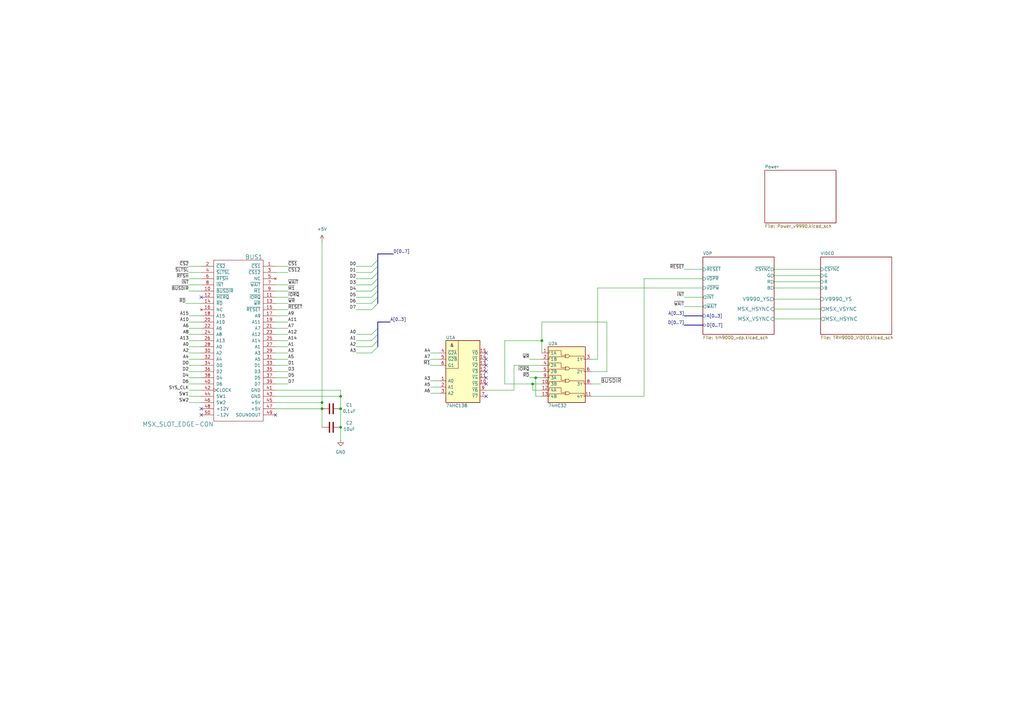
<source format=kicad_sch>
(kicad_sch (version 20211123) (generator eeschema)
  (paper "A3")
  (title_block (title "TRH9000S (Superimpose)") (date "2022-11-25") (rev "0.1") (company "The Retro Hacker") (comment 2 "Shared under CERN-OHL-S license") (comment 3 "TRH9000S - Open Source MSX Graphics Card based on the Yamaha V9990") (comment 4 "Designed  by: Cristiano Goncalves"))
  (lib_symbols
    (symbol "Device:C" (pin_numbers hide) (pin_names (offset 0.254))
      (property "Reference" "C" (at 0.635 2.54 0))
      (property "Value" "C" (at 0.635 -2.54 0))
      (symbol "C_0_1"
        (polyline (pts (xy -2.032 -0.762) (xy 2.032 -0.762)) (stroke (width 0.508)))
        (polyline (pts (xy -2.032 0.762) (xy 2.032 0.762)) (stroke (width 0.508)))
      )
      (symbol "C_1_1"
        (pin passive line (at 0 3.81 270) (length 2.794) (name "~") (number "1"))
        (pin passive line (at 0 -3.81 90) (length 2.794) (name "~") (number "2"))
      )
    )
    (symbol "TRH9000:74VHC138" (pin_names (offset 0.762))
      (property "Reference" "U1" (at -6.35 13.97 0))
      (property "Value" "74VHC138" (at -6.35 -13.97 0))
      (symbol "74VHC138_1_0"
        (polyline (pts (xy -1.27 12.7) (xy -1.27 1.27) (xy -6.35 1.27) (xy -6.35 1.27)))
        (text "&" (at -3.81 10.795 0) (effects (font (size 1.27 1.27))))
      )
      (symbol "74VHC138_1_1"
        (rectangle (start -6.35 12.7) (end 7.62 -12.7) (stroke (width 0.254)) (fill (type background)))
        (pin input line (at -8.89 -3.81 0) (length 2.54) (name "A0") (number "1"))
        (pin output line (at 10.16 -5.08 180) (length 2.54) (name "~{Y5}") (number "10"))
        (pin output line (at 10.16 -2.54 180) (length 2.54) (name "~{Y4}") (number "11"))
        (pin output line (at 10.16 0 180) (length 2.54) (name "~{Y3}") (number "12"))
        (pin output line (at 10.16 2.54 180) (length 2.54) (name "~{Y2}") (number "13"))
        (pin output line (at 10.16 5.08 180) (length 2.54) (name "~{Y1}") (number "14"))
        (pin output line (at 10.16 7.62 180) (length 2.54) (name "~{Y0}") (number "15"))
        (pin input line (at -8.89 -6.35 0) (length 2.54) (name "A1") (number "2"))
        (pin input line (at -8.89 -8.89 0) (length 2.54) (name "A2") (number "3"))
        (pin input line (at -8.89 7.62 0) (length 2.54) (name "~{G2A}") (number "4"))
        (pin input line (at -8.89 5.08 0) (length 2.54) (name "~{G2B}") (number "5"))
        (pin input line (at -8.89 2.54 0) (length 2.54) (name "G1") (number "6"))
        (pin output line (at 10.16 -10.16 180) (length 2.54) (name "~{Y7}") (number "7"))
        (pin output line (at 10.16 -7.62 180) (length 2.54) (name "~{Y6}") (number "9"))
      )
      (symbol "74VHC138_2_0"
        (rectangle (start -2.54 5.08) (end 2.54 -5.08) (stroke (width 0.254)) (fill (type background)))
        (pin power_in line (at 0 7.62 270) (length 2.54) (name "VCC") (number "16"))
      )
      (symbol "74VHC138_2_1"
        (pin power_in line (at 0 -7.62 90) (length 2.54) (name "GND") (number "8"))
      )
    )
    (symbol "TRH9000:MSX_SLOT_EDGE-CON" (pin_names (offset 1.016)) (in_bom no)
      (property "Reference" "BUS1" (at -6.35 34.29 0))
      (property "Value" "MSX_SLOT_EDGE-CON" (at 10.16 -34.29 0))
      (symbol "MSX_SLOT_EDGE-CON_0_1"
        (rectangle (start -10.16 -33.02) (end 10.16 33.02))
      )
      (symbol "MSX_SLOT_EDGE-CON_1_1"
        (pin output line (at -15.24 30.48 0) (length 5.08) (name "~{CS1}") (number "1"))
        (pin bidirectional line (at 15.24 20.32 180) (length 5.08) (name "~{BUSDIR}") (number "10"))
        (pin output line (at -15.24 17.78 0) (length 5.08) (name "~{IORQ}") (number "11"))
        (pin input line (at 15.24 17.78 180) (length 5.08) (name "~{MERQ}") (number "12"))
        (pin output line (at -15.24 15.24 0) (length 5.08) (name "~{WR}") (number "13"))
        (pin output line (at 15.24 15.24 180) (length 5.08) (name "~{RD}") (number "14"))
        (pin output line (at -15.24 12.7 0) (length 5.08) (name "~{RESET}") (number "15"))
        (pin no_connect line (at 15.24 12.7 180) (length 5.08) (name "NC") (number "16"))
        (pin output line (at -15.24 10.16 0) (length 5.08) (name "A9") (number "17"))
        (pin output line (at 15.24 10.16 180) (length 5.08) (name "A15") (number "18"))
        (pin output line (at -15.24 7.62 0) (length 5.08) (name "A11") (number "19"))
        (pin output line (at 15.24 30.48 180) (length 5.08) (name "~{CS2}") (number "2"))
        (pin output line (at 15.24 7.62 180) (length 5.08) (name "A10") (number "20"))
        (pin output line (at -15.24 5.08 0) (length 5.08) (name "A7") (number "21"))
        (pin output line (at 15.24 5.08 180) (length 5.08) (name "A6") (number "22"))
        (pin output line (at -15.24 2.54 0) (length 5.08) (name "A12") (number "23"))
        (pin output line (at 15.24 2.54 180) (length 5.08) (name "A8") (number "24"))
        (pin output line (at -15.24 0 0) (length 5.08) (name "A14") (number "25"))
        (pin output line (at 15.24 0 180) (length 5.08) (name "A13") (number "26"))
        (pin output line (at -15.24 -2.54 0) (length 5.08) (name "A1") (number "27"))
        (pin output line (at 15.24 -2.54 180) (length 5.08) (name "A0") (number "28"))
        (pin output line (at -15.24 -5.08 0) (length 5.08) (name "A3") (number "29"))
        (pin output line (at -15.24 27.94 0) (length 5.08) (name "~{CS12}") (number "3"))
        (pin output line (at 15.24 -5.08 180) (length 5.08) (name "A2") (number "30"))
        (pin output line (at -15.24 -7.62 0) (length 5.08) (name "A5") (number "31"))
        (pin output line (at 15.24 -7.62 180) (length 5.08) (name "A4") (number "32"))
        (pin tri_state line (at -15.24 -10.16 0) (length 5.08) (name "D1") (number "33"))
        (pin tri_state line (at 15.24 -10.16 180) (length 5.08) (name "D0") (number "34"))
        (pin tri_state line (at -15.24 -12.7 0) (length 5.08) (name "D3") (number "35"))
        (pin tri_state line (at 15.24 -12.7 180) (length 5.08) (name "D2~{}") (number "36"))
        (pin tri_state line (at -15.24 -15.24 0) (length 5.08) (name "D5") (number "37"))
        (pin tri_state line (at 15.24 -15.24 180) (length 5.08) (name "D4") (number "38"))
        (pin tri_state line (at -15.24 -17.78 0) (length 5.08) (name "D7") (number "39"))
        (pin output line (at 15.24 27.94 180) (length 5.08) (name "~{SLTSL}") (number "4"))
        (pin tri_state line (at 15.24 -17.78 180) (length 5.08) (name "D6") (number "40"))
        (pin power_in line (at -15.24 -20.32 0) (length 5.08) (name "GND") (number "41"))
        (pin output clock (at 15.24 -20.32 180) (length 5.08) (name "CLOCK") (number "42"))
        (pin power_in line (at -15.24 -22.86 0) (length 5.08) (name "GND") (number "43"))
        (pin passive line (at 15.24 -22.86 180) (length 5.08) (name "SW1") (number "44"))
        (pin power_in line (at -15.24 -25.4 0) (length 5.08) (name "+5V") (number "45"))
        (pin passive line (at 15.24 -25.4 180) (length 5.08) (name "SW2") (number "46"))
        (pin power_in line (at -15.24 -27.94 0) (length 5.08) (name "+5V") (number "47"))
        (pin power_in line (at 15.24 -27.94 180) (length 5.08) (name "+12V") (number "48"))
        (pin output line (at -15.24 -30.48 0) (length 5.08) (name "SOUNDOUT") (number "49"))
        (pin no_connect line (at -15.24 25.4 0) (length 5.08) (name "NC") (number "5"))
        (pin power_in line (at 15.24 -30.48 180) (length 5.08) (name "-12V") (number "50"))
        (pin output line (at 15.24 25.4 180) (length 5.08) (name "~{RFSH}") (number "6"))
        (pin input line (at -15.24 22.86 0) (length 5.08) (name "~{WAIT}") (number "7"))
        (pin open_collector line (at 15.24 22.86 180) (length 5.08) (name "~{INT}") (number "8"))
        (pin output line (at -15.24 20.32 0) (length 5.08) (name "~{M1}") (number "9"))
      )
    )
    (symbol "TRH9000:T.I_SN74AHCT32D" (pin_names (offset 1))
      (property "Reference" "U5" (at -22.86 17.78 0))
      (property "Value" "T.I_SN74AHCT32D" (at -22.86 15.24 0))
      (symbol "T.I_SN74AHCT32D_1_1"
        (rectangle (start -7.62 12.7) (end 7.62 -10.16) (stroke (width 0.254)) (fill (type background)))
        (arc (start -0.635 -6.985) (mid -0.372 -6.35) (end -0.635 -5.715))
        (arc (start -0.635 -1.905) (mid -0.372 -1.27) (end -0.635 -0.635))
        (arc (start -0.635 3.175) (mid -0.372 3.81) (end -0.635 4.445))
        (arc (start -0.635 8.255) (mid -0.372 8.89) (end -0.635 9.525))
        (polyline (pts (xy -0.635 -6.604) (xy -0.508 -6.604)))
        (polyline (pts (xy -0.635 -6.096) (xy -0.508 -6.096)))
        (polyline (pts (xy -0.635 -1.524) (xy -0.508 -1.524)))
        (polyline (pts (xy -0.635 -1.016) (xy -0.508 -1.016)))
        (polyline (pts (xy -0.635 3.556) (xy -0.508 3.556)))
        (polyline (pts (xy -0.635 4.064) (xy -0.508 4.064)))
        (polyline (pts (xy -0.635 8.636) (xy -0.508 8.636)))
        (polyline (pts (xy -0.635 9.144) (xy -0.508 9.144)))
        (polyline (pts (xy 0.635 -6.985) (xy -0.635 -6.985)))
        (polyline (pts (xy 0.635 -5.715) (xy -0.635 -5.715)))
        (polyline (pts (xy 0.635 -1.905) (xy -0.635 -1.905)))
        (polyline (pts (xy 0.635 -0.635) (xy -0.635 -0.635)))
        (polyline (pts (xy 0.635 3.175) (xy -0.635 3.175)))
        (polyline (pts (xy 0.635 4.445) (xy -0.635 4.445)))
        (polyline (pts (xy 0.635 8.255) (xy -0.635 8.255)))
        (polyline (pts (xy 0.635 9.525) (xy -0.635 9.525)))
        (polyline (pts (xy 0.635 -5.715) (xy 1.27 -6.35) (xy 0.635 -6.985)))
        (polyline (pts (xy 0.635 -0.635) (xy 1.27 -1.27) (xy 0.635 -1.905)))
        (polyline (pts (xy 0.635 4.445) (xy 1.27 3.81) (xy 0.635 3.175)))
        (polyline (pts (xy 0.635 9.525) (xy 1.27 8.89) (xy 0.635 8.255)))
        (polyline (pts (xy -0.635 -6.096) (xy -2.286 -6.096) (xy -2.286 -4.064) (xy -3.81 -4.064)))
        (polyline (pts (xy -0.635 -1.016) (xy -2.286 -1.016) (xy -2.286 1.016) (xy -3.81 1.016)))
        (polyline (pts (xy -0.635 4.064) (xy -2.286 4.064) (xy -2.286 6.096) (xy -3.81 6.096)))
        (polyline (pts (xy -0.635 9.144) (xy -2.286 9.144) (xy -2.286 11.176) (xy -3.81 11.176)))
        (polyline (pts (xy -3.81 -4.064) (xy -3.81 -4.064) (xy -7.112 -4.064) (xy -7.112 -5.08) (xy -7.62 -5.08)))
        (polyline (pts (xy -3.81 1.016) (xy -3.81 1.016) (xy -7.112 1.016) (xy -7.112 0) (xy -7.62 0)))
        (polyline (pts (xy -3.81 6.096) (xy -3.81 6.096) (xy -7.112 6.096) (xy -7.112 5.08) (xy -7.62 5.08)))
        (polyline (pts (xy -3.81 11.176) (xy -3.81 11.176) (xy -7.112 11.176) (xy -7.112 10.16) (xy -7.62 10.16)))
        (polyline (pts (xy -0.635 -6.604) (xy -3.81 -6.604) (xy -7.112 -6.604) (xy -7.112 -7.62) (xy -7.62 -7.62)))
        (polyline (pts (xy -0.635 -1.524) (xy -3.81 -1.524) (xy -7.112 -1.524) (xy -7.112 -2.54) (xy -7.62 -2.54)))
        (polyline (pts (xy -0.635 3.556) (xy -3.81 3.556) (xy -7.112 3.556) (xy -7.112 2.54) (xy -7.62 2.54)))
        (polyline (pts (xy -0.635 8.636) (xy -3.81 8.636) (xy -7.112 8.636) (xy -7.112 7.62) (xy -7.62 7.62)))
        (polyline (pts (xy 1.27 -6.35) (xy 3.81 -6.35) (xy 7.112 -6.35) (xy 7.112 -7.62) (xy 7.62 -7.62)))
        (polyline (pts (xy 1.27 -1.27) (xy 3.81 -1.27) (xy 7.112 -1.27) (xy 7.112 -2.54) (xy 7.62 -2.54)))
        (polyline (pts (xy 1.27 3.81) (xy 3.81 3.81) (xy 7.112 3.81) (xy 7.112 2.54) (xy 7.62 2.54)))
        (polyline (pts (xy 1.27 8.89) (xy 3.81 8.89) (xy 7.112 8.89) (xy 7.112 7.62) (xy 7.62 7.62)))
        (pin input line (at -10.16 10.16 0) (length 2.54) (name "1A") (number "1"))
        (pin input line (at -10.16 -2.54 0) (length 2.54) (name "3B") (number "10"))
        (pin output line (at 10.16 -7.62 180) (length 2.54) (name "4Y") (number "11"))
        (pin input line (at -10.16 -5.08 0) (length 2.54) (name "4A") (number "12"))
        (pin input line (at -10.16 -7.62 0) (length 2.54) (name "4B") (number "13"))
        (pin input line (at -10.16 7.62 0) (length 2.54) (name "1B") (number "2"))
        (pin output line (at 10.16 7.62 180) (length 2.54) (name "1Y") (number "3"))
        (pin input line (at -10.16 5.08 0) (length 2.54) (name "2A") (number "4"))
        (pin input line (at -10.16 2.54 0) (length 2.54) (name "2B") (number "5"))
        (pin output line (at 10.16 2.54 180) (length 2.54) (name "2Y") (number "6"))
        (pin output line (at 10.16 -2.54 180) (length 2.54) (name "3Y") (number "8"))
        (pin input line (at -10.16 0 0) (length 2.54) (name "3A") (number "9"))
      )
      (symbol "T.I_SN74AHCT32D_2_0"
        (text "GND" (at 0 -1.27 0) (effects (font (size 1.27 1.27))))
        (text "VCC" (at 0 1.27 0) (effects (font (size 1.27 1.27))))
      )
      (symbol "T.I_SN74AHCT32D_2_1"
        (rectangle (start -2.54 2.54) (end 2.54 -2.54) (fill (type background)))
        (pin power_in line (at 0 5.08 270) (length 2.54) (name "VCC") (number "14"))
        (pin power_in line (at 0 -5.08 90) (length 2.54) (name "GND") (number "7"))
      )
    )
    (symbol "power:+5V" (power) (pin_names (offset 0))
      (property "Value" "+5V" (at 0 3.556 0))
      (symbol "+5V_0_1"
        (polyline (pts (xy -0.762 1.27) (xy 0 2.54)))
        (polyline (pts (xy 0 0) (xy 0 2.54)))
        (polyline (pts (xy 0 2.54) (xy 0.762 1.27)))
      )
      (symbol "+5V_1_1"
        (pin power_in line (at 0 0 90) (length 0) hide (name "+5V") (number "1"))
      )
    )
    (symbol "power:GND" (power) (pin_names (offset 0))
      (property "Value" "GND" (at 0 -3.81 0))
      (symbol "GND_0_1"
        (polyline (pts (xy 0 0) (xy 0 -1.27) (xy 1.27 -1.27) (xy 0 -2.54) (xy -1.27 -1.27) (xy 0 -1.27)))
      )
      (symbol "GND_1_1"
        (pin power_in line (at 0 0 270) (length 0) hide (name "GND") (number "1"))
      )
    )
  )
  (junction (at 222.25 139.7))
  (junction (at 219.71 154.94))
  (junction (at 218.44 157.48))
  (junction (at 139.7 175.26))
  (junction (at 139.7 167.64))
  (junction (at 132.08 167.64))
  (junction (at 132.08 165.1))
  (junction (at 139.7 162.56))
  (no_connect (at 82.55 121.92))
  (no_connect (at 199.39 152.4))
  (no_connect (at 199.39 162.56))
  (no_connect (at 199.39 144.78))
  (no_connect (at 199.39 147.32))
  (no_connect (at 199.39 154.94))
  (no_connect (at 199.39 157.48))
  (no_connect (at 199.39 149.86))
  (no_connect (at 82.55 167.64))
  (no_connect (at 82.55 170.18))
  (no_connect (at 113.03 170.18))
  (bus_entry (at 154.94 139.7) (size -2.54 2.54))
  (bus_entry (at 154.94 114.3) (size -2.54 2.54))
  (bus_entry (at 154.94 134.62) (size -2.54 2.54))
  (bus_entry (at 154.94 121.92) (size -2.54 2.54))
  (bus_entry (at 154.94 106.68) (size -2.54 2.54))
  (bus_entry (at 154.94 116.84) (size -2.54 2.54))
  (bus_entry (at 154.94 119.38) (size -2.54 2.54))
  (bus_entry (at 154.94 111.76) (size -2.54 2.54))
  (bus_entry (at 154.94 142.24) (size -2.54 2.54))
  (bus_entry (at 154.94 124.46) (size -2.54 2.54))
  (bus_entry (at 154.94 137.16) (size -2.54 2.54))
  (bus_entry (at 154.94 109.22) (size -2.54 2.54))
  (wire (pts (xy 113.03 157.48) (xy 118.11 157.48)))
  (wire (pts (xy 245.11 147.32) (xy 245.11 118.11)))
  (wire (pts (xy 77.47 162.56) (xy 82.55 162.56)))
  (wire (pts (xy 242.57 147.32) (xy 245.11 147.32)))
  (wire (pts (xy 113.03 132.08) (xy 118.11 132.08)))
  (wire (pts (xy 217.17 147.32) (xy 222.25 147.32)))
  (wire (pts (xy 77.47 165.1) (xy 82.55 165.1)))
  (wire (pts (xy 113.03 134.62) (xy 118.11 134.62)))
  (wire (pts (xy 218.44 160.02) (xy 218.44 157.48)))
  (wire (pts (xy 113.03 165.1) (xy 132.08 165.1)))
  (wire (pts (xy 317.5 126.746) (xy 336.55 126.746)))
  (bus (pts (xy 154.94 109.22) (xy 154.94 111.76)))
  (wire (pts (xy 242.57 157.48) (xy 246.38 157.48)))
  (wire (pts (xy 219.71 154.94) (xy 222.25 154.94)))
  (wire (pts (xy 77.47 149.86) (xy 82.55 149.86)))
  (bus (pts (xy 154.94 121.92) (xy 154.94 124.46)))
  (wire (pts (xy 113.03 142.24) (xy 118.11 142.24)))
  (wire (pts (xy 113.03 152.4) (xy 118.11 152.4)))
  (wire (pts (xy 113.03 147.32) (xy 118.11 147.32)))
  (wire (pts (xy 146.05 124.46) (xy 152.4 124.46)))
  (wire (pts (xy 317.5 115.57) (xy 336.55 115.57)))
  (wire (pts (xy 222.25 139.7) (xy 222.25 132.08)))
  (wire (pts (xy 280.67 110.49) (xy 288.29 110.49)))
  (wire (pts (xy 146.05 111.76) (xy 152.4 111.76)))
  (wire (pts (xy 146.05 109.22) (xy 152.4 109.22)))
  (wire (pts (xy 113.03 162.56) (xy 139.7 162.56)))
  (wire (pts (xy 207.01 139.7) (xy 222.25 139.7)))
  (bus (pts (xy 280.67 129.54) (xy 288.29 129.54)))
  (wire (pts (xy 146.05 127) (xy 152.4 127)))
  (wire (pts (xy 248.92 152.4) (xy 242.57 152.4)))
  (wire (pts (xy 139.7 167.64) (xy 139.7 175.26)))
  (wire (pts (xy 113.03 116.84) (xy 118.11 116.84)))
  (wire (pts (xy 77.47 137.16) (xy 82.55 137.16)))
  (wire (pts (xy 222.25 160.02) (xy 218.44 160.02)))
  (bus (pts (xy 154.94 132.08) (xy 154.94 134.62)))
  (wire (pts (xy 219.71 162.56) (xy 219.71 154.94)))
  (wire (pts (xy 146.05 144.78) (xy 152.4 144.78)))
  (bus (pts (xy 154.94 114.3) (xy 154.94 116.84)))
  (bus (pts (xy 161.29 104.14) (xy 154.94 104.14)))
  (bus (pts (xy 154.94 106.68) (xy 154.94 109.22)))
  (bus (pts (xy 154.94 116.84) (xy 154.94 119.38)))
  (wire (pts (xy 77.47 139.7) (xy 82.55 139.7)))
  (wire (pts (xy 207.01 157.48) (xy 207.01 139.7)))
  (wire (pts (xy 218.44 157.48) (xy 207.01 157.48)))
  (wire (pts (xy 146.05 142.24) (xy 152.4 142.24)))
  (wire (pts (xy 217.17 154.94) (xy 219.71 154.94)))
  (wire (pts (xy 77.47 157.48) (xy 82.55 157.48)))
  (wire (pts (xy 77.47 109.22) (xy 82.55 109.22)))
  (wire (pts (xy 176.53 147.32) (xy 180.34 147.32)))
  (wire (pts (xy 264.16 114.3) (xy 288.29 114.3)))
  (wire (pts (xy 176.53 156.21) (xy 180.34 156.21)))
  (wire (pts (xy 176.53 161.29) (xy 180.34 161.29)))
  (bus (pts (xy 154.94 139.7) (xy 154.94 142.24)))
  (wire (pts (xy 245.11 118.11) (xy 288.29 118.11)))
  (wire (pts (xy 113.03 149.86) (xy 118.11 149.86)))
  (wire (pts (xy 146.05 137.16) (xy 152.4 137.16)))
  (wire (pts (xy 113.03 127) (xy 118.11 127)))
  (wire (pts (xy 317.5 122.682) (xy 336.55 122.682)))
  (wire (pts (xy 210.82 160.02) (xy 210.82 149.86)))
  (wire (pts (xy 77.47 147.32) (xy 82.55 147.32)))
  (wire (pts (xy 132.08 99.06) (xy 132.08 165.1)))
  (wire (pts (xy 113.03 139.7) (xy 118.11 139.7)))
  (wire (pts (xy 317.5 118.11) (xy 336.55 118.11)))
  (wire (pts (xy 77.47 129.54) (xy 82.55 129.54)))
  (wire (pts (xy 242.57 162.56) (xy 264.16 162.56)))
  (wire (pts (xy 77.47 154.94) (xy 82.55 154.94)))
  (wire (pts (xy 248.92 132.08) (xy 248.92 152.4)))
  (wire (pts (xy 113.03 111.76) (xy 118.11 111.76)))
  (wire (pts (xy 77.47 114.3) (xy 82.55 114.3)))
  (wire (pts (xy 77.47 134.62) (xy 82.55 134.62)))
  (wire (pts (xy 113.03 144.78) (xy 118.11 144.78)))
  (wire (pts (xy 113.03 154.94) (xy 118.11 154.94)))
  (wire (pts (xy 113.03 119.38) (xy 118.11 119.38)))
  (wire (pts (xy 113.03 167.64) (xy 132.08 167.64)))
  (wire (pts (xy 317.5 130.81) (xy 336.55 130.81)))
  (wire (pts (xy 132.08 167.64) (xy 132.08 175.26)))
  (bus (pts (xy 280.67 133.35) (xy 288.29 133.35)))
  (wire (pts (xy 113.03 124.46) (xy 118.11 124.46)))
  (wire (pts (xy 264.16 162.56) (xy 264.16 114.3)))
  (wire (pts (xy 77.47 144.78) (xy 82.55 144.78)))
  (wire (pts (xy 280.67 121.92) (xy 288.29 121.92)))
  (wire (pts (xy 146.05 119.38) (xy 152.4 119.38)))
  (wire (pts (xy 199.39 160.02) (xy 210.82 160.02)))
  (bus (pts (xy 154.94 137.16) (xy 154.94 139.7)))
  (wire (pts (xy 317.5 113.03) (xy 336.55 113.03)))
  (wire (pts (xy 76.2 124.46) (xy 82.55 124.46)))
  (wire (pts (xy 139.7 175.26) (xy 139.7 180.34)))
  (bus (pts (xy 154.94 111.76) (xy 154.94 114.3)))
  (wire (pts (xy 113.03 129.54) (xy 118.11 129.54)))
  (wire (pts (xy 77.47 132.08) (xy 82.55 132.08)))
  (wire (pts (xy 222.25 162.56) (xy 219.71 162.56)))
  (wire (pts (xy 77.47 111.76) (xy 82.55 111.76)))
  (bus (pts (xy 154.94 104.14) (xy 154.94 106.68)))
  (wire (pts (xy 280.67 125.73) (xy 288.29 125.73)))
  (wire (pts (xy 113.03 109.22) (xy 118.11 109.22)))
  (wire (pts (xy 176.53 149.86) (xy 180.34 149.86)))
  (wire (pts (xy 146.05 116.84) (xy 152.4 116.84)))
  (wire (pts (xy 77.47 116.84) (xy 82.55 116.84)))
  (wire (pts (xy 146.05 114.3) (xy 152.4 114.3)))
  (wire (pts (xy 77.47 160.02) (xy 82.55 160.02)))
  (wire (pts (xy 317.5 110.49) (xy 336.55 110.49)))
  (wire (pts (xy 77.47 152.4) (xy 82.55 152.4)))
  (wire (pts (xy 139.7 162.56) (xy 139.7 167.64)))
  (bus (pts (xy 154.94 137.16) (xy 154.94 134.62)))
  (wire (pts (xy 146.05 139.7) (xy 152.4 139.7)))
  (wire (pts (xy 113.03 137.16) (xy 118.11 137.16)))
  (wire (pts (xy 139.7 160.02) (xy 139.7 162.56)))
  (wire (pts (xy 210.82 149.86) (xy 222.25 149.86)))
  (bus (pts (xy 154.94 119.38) (xy 154.94 121.92)))
  (wire (pts (xy 217.17 152.4) (xy 222.25 152.4)))
  (wire (pts (xy 222.25 144.78) (xy 222.25 139.7)))
  (wire (pts (xy 77.47 142.24) (xy 82.55 142.24)))
  (wire (pts (xy 222.25 132.08) (xy 248.92 132.08)))
  (wire (pts (xy 113.03 160.02) (xy 139.7 160.02)))
  (wire (pts (xy 132.08 165.1) (xy 132.08 167.64)))
  (wire (pts (xy 176.53 158.75) (xy 180.34 158.75)))
  (bus (pts (xy 154.94 132.08) (xy 160.02 132.08)))
  (wire (pts (xy 146.05 121.92) (xy 152.4 121.92)))
  (wire (pts (xy 77.47 119.38) (xy 82.55 119.38)))
  (wire (pts (xy 176.53 144.78) (xy 180.34 144.78)))
  (wire (pts (xy 222.25 157.48) (xy 218.44 157.48)))
  (wire (pts (xy 113.03 121.92) (xy 118.11 121.92)))
  (label "~{WAIT}" (at 118.11 116.84 0))
  (label "~{RESET}" (at 280.67 110.49 180))
  (label "A7" (at 118.11 134.62 0))
  (label "SYS_CLK" (at 77.47 160.02 180))
  (label "A3" (at 176.53 156.21 180))
  (label "A2" (at 146.05 142.24 180))
  (label "~{M1}" (at 176.53 149.86 180))
  (label "D5" (at 118.11 154.94 0))
  (label "A8" (at 77.47 137.16 180))
  (label "A3" (at 146.05 144.78 180))
  (label "A0" (at 146.05 137.16 180))
  (label "A6" (at 176.53 161.29 180))
  (label "A9" (at 118.11 129.54 0))
  (label "A5" (at 118.11 147.32 0))
  (label "A2" (at 77.47 144.78 180))
  (label "A6" (at 77.47 134.62 180))
  (label "A[0..3]" (at 160.02 132.08 0))
  (label "~{BUSDIR}" (at 246.38 157.48 0) (effects (font (size 1.524 1.524))))
  (label "~{RD}" (at 76.2 124.46 180))
  (label "~{RFSH}" (at 77.47 114.3 180))
  (label "D7" (at 146.05 127 180))
  (label "D[0..7]" (at 161.29 104.14 0))
  (label "A[0..3]" (at 280.67 129.54 180))
  (label "~{CS1}" (at 118.11 109.22 0))
  (label "A1" (at 146.05 139.7 180))
  (label "~{WR}" (at 118.11 124.46 0))
  (label "~{INT}" (at 77.47 116.84 180))
  (label "A14" (at 118.11 139.7 0))
  (label "A5" (at 176.53 158.75 180))
  (label "D5" (at 146.05 121.92 180))
  (label "~{M1}" (at 118.11 119.38 0))
  (label "A7" (at 176.53 147.32 180))
  (label "A13" (at 77.47 139.7 180))
  (label "~{INT}" (at 280.67 121.92 180))
  (label "~{IORQ}" (at 118.11 121.92 0))
  (label "A11" (at 118.11 132.08 0))
  (label "D4" (at 146.05 119.38 180))
  (label "A4" (at 77.47 147.32 180))
  (label "SW1" (at 77.47 162.56 180))
  (label "~{WR}" (at 217.17 147.32 180))
  (label "D[0..7]" (at 280.67 133.35 180))
  (label "A15" (at 77.47 129.54 180))
  (label "D0" (at 77.47 149.86 180))
  (label "SW2" (at 77.47 165.1 180))
  (label "~{WAIT}" (at 280.67 125.73 180))
  (label "A3" (at 118.11 144.78 0))
  (label "D7" (at 118.11 157.48 0))
  (label "D0" (at 146.05 109.22 180))
  (label "A1" (at 118.11 142.24 0))
  (label "~{CS2}" (at 77.47 109.22 180))
  (label "D2" (at 146.05 114.3 180))
  (label "D6" (at 146.05 124.46 180))
  (label "~{BUSDIR}" (at 77.47 119.38 180))
  (label "~{RD}" (at 217.17 154.94 180))
  (label "~{IORQ}" (at 217.17 152.4 180))
  (label "A4" (at 176.53 144.78 180))
  (label "D1" (at 146.05 111.76 180))
  (label "D2" (at 77.47 152.4 180))
  (label "D3" (at 118.11 152.4 0))
  (label "~{SLTSL}" (at 77.47 111.76 180))
  (label "D3" (at 146.05 116.84 180))
  (label "~{RESET}" (at 118.11 127 0))
  (label "A0" (at 77.47 142.24 180))
  (label "A10" (at 77.47 132.08 180))
  (label "~{CS12}" (at 118.11 111.76 0))
  (label "D1" (at 118.11 149.86 0))
  (label "D6" (at 77.47 157.48 180))
  (label "D4" (at 77.47 154.94 180))
  (label "A12" (at 118.11 137.16 0))
  (symbol (lib_id "Device:C") (at 135.89 175.26 90) (unit 1)
    (property "Reference" "C2" (at 143.256 173.482 90))
    (property "Value" "10uF" (at 143.256 176.022 90))
    (property "Footprint" "Capacitor_SMD:C_0805_2012Metric" (effects hide))
  )
  (symbol (lib_id "Device:C") (at 135.89 167.64 90) (unit 1)
    (property "Reference" "C1" (at 143.256 166.116 90))
    (property "Value" "0.1uF" (at 143.256 168.656 90))
    (property "Footprint" "Capacitor_SMD:C_0805_2012Metric" (effects hide))
  )
  (symbol (lib_id "TRH9000:T.I_SN74AHCT32D") (at 232.41 154.94 0) (unit 1)
    (property "Reference" "U2" (at 224.79 140.97 0) (effects (justify left)))
    (property "Value" "74HC32" (at 224.79 166.37 0) (effects (justify left)))
    (property "Footprint" "Package_SO:SO-14_3.9x8.65mm_P1.27mm" (effects hide))
    (property "Datasheet" "https://www.ti.com/general/docs/suppproductinfo.tsp?distId=10&gotoUrl=https%3A%2F%2Fwww.ti.com%2Flit%2Fgpn%2Fsn74ahct32" (effects hide))
    (property "MPN" "74HC32" (effects hide))
    (property "DK_Detail_Page" "https://www.digikey.se/en/products/detail/texas-instruments/SN74AHCT32DGVR/376444" (effects hide))
    (property "Description" "OR Gate, 4 Channel, 14-TVSOP, 7.9nS" (effects hide))
    (property "Manufacturer" "Texas Instruments" (effects hide))
    (property "Status" "Active" (effects hide))
  )
  (symbol (lib_id "power:GND") (at 139.7 180.34 0) (unit 1)
    (property "Reference" "#PWR02" (effects hide))
    (property "Value" "GND" (at 139.7 185.42 0))
  )
  (symbol (lib_id "TRH9000:MSX_SLOT_EDGE-CON") (at 97.79 139.7 0) (mirror y) (unit 1) (in_bom no)
    (property "Reference" "BUS1" (at 104.14 105.41 0) (effects (font (size 1.778 1.778))))
    (property "Value" "MSX_SLOT_EDGE-CON" (at 87.63 173.99 0) (effects (font (size 1.778 1.778)) (justify left)))
    (property "Footprint" "trh9000:msx_cartridge" (effects hide))
    (property "Datasheet" "https://www.msx.org/wiki/MSX_Cartridge_slot#Pinout_of_Standard_MSX_Cartridge_slot" (effects hide))
    (property "Manufacturer" "n/a" (effects hide))
    (property "MPN" "n/a" (effects hide))
  )
  (symbol (lib_id "TRH9000:74VHC138") (at 189.23 152.4 0) (unit 1)
    (property "Reference" "U1" (at 182.88 138.43 0) (effects (justify left)))
    (property "Value" "74HC138" (at 182.88 166.37 0) (effects (justify left)))
    (property "Footprint" "Package_SO:SO-16_3.9x9.9mm_P1.27mm" (effects hide))
    (property "Datasheet" "https://media.digikey.com/pdf/Data%20Sheets/Toshiba%20PDFs/TC74VHC138F,FN,FT,FK.pdf" (effects hide))
    (property "MPN" "74HC138" (effects hide))
    (property "Manufacturer" " Toshiba Semiconductor and Storage" (effects hide))
  )
  (symbol (lib_id "power:+5V") (at 132.08 99.06 0) (unit 1)
    (property "Reference" "#PWR01" (effects hide))
    (property "Value" "+5V" (at 132.08 93.98 0))
  )
  (sheet (at 313.69 69.85) (size 29.21 21.59) (stroke (width 0.1524))
    (property "Sheet name" "Power" (at 313.69 69.1384 0) (effects (justify left bottom)))
    (property "Sheet file" "Power_v9990.kicad_sch" (at 313.69 92.0246 0) (effects (justify left top)))
  )
  (sheet (at 288.29 105.41) (size 29.21 31.75) (stroke (width 0.1524))
    (property "Sheet name" "VDP" (at 288.29 104.6984 0) (effects (justify left bottom)))
    (property "Sheet file" "trh9000_vdp.kicad_sch" (at 288.29 137.7446 0) (effects (justify left top)))
    (pin "~{RESET}" input (at 288.29 110.49 180))
    (pin "G" output (at 317.5 113.03 0))
    (pin "R" output (at 317.5 115.57 0))
    (pin "B" output (at 317.5 118.11 0))
    (pin "~{VDPR}" input (at 288.29 114.3 180))
    (pin "~{VDPW}" input (at 288.29 118.11 180))
    (pin "~{INT}" output (at 288.29 121.92 180))
    (pin "~{WAIT}" output (at 288.29 125.73 180))
    (pin "~{CSYNC}" output (at 317.5 110.49 0))
    (pin "D[0..7]" bidirectional (at 288.29 133.35 180))
    (pin "A[0..3]" input (at 288.29 129.54 180))
    (pin "V9990_YS" output (at 317.5 122.682 0) (effects (font (size 1.524 1.524))))
    (pin "MSX_HSYNC" input (at 317.5 126.746 0) (effects (font (size 1.524 1.524))))
    (pin "MSX_VSYNC" input (at 317.5 130.81 0) (effects (font (size 1.524 1.524))))
  )
  (sheet (at 336.55 105.41) (size 29.21 31.75) (stroke (width 0.1524))
    (property "Sheet name" "VIDEO" (at 336.55 104.6984 0) (effects (justify left bottom)))
    (property "Sheet file" "TRH9000_VIDEO.kicad_sch" (at 336.55 137.7446 0) (effects (justify left top)))
    (pin "~{CSYNC}" input (at 336.55 110.49 180))
    (pin "G" input (at 336.55 113.03 180))
    (pin "B" input (at 336.55 118.11 180))
    (pin "R" input (at 336.55 115.57 180))
    (pin "MSX_VSYNC" output (at 336.55 126.746 180) (effects (font (size 1.524 1.524))))
    (pin "MSX_HSYNC" output (at 336.55 130.81 180) (effects (font (size 1.524 1.524))))
    (pin "V9990_YS" input (at 336.55 122.682 180) (effects (font (size 1.524 1.524))))
  )
)
</source>
